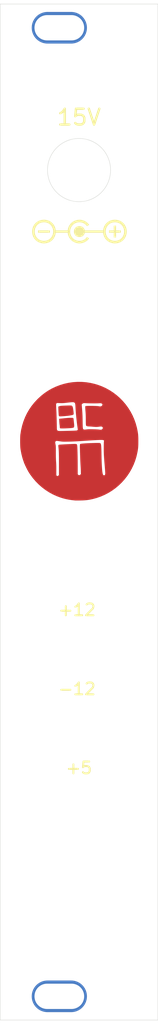
<source format=kicad_pcb>
(kicad_pcb (version 20241229) (generator "pcbnew") (generator_version "9.0")
  (title_block (comment 2 "creativecommons.org/licenses/by/4.0") (comment 3 "License: CC BY 4.0") (comment 4 "Author: Guy John"))
  (layers (0 "F.Cu" signal) (2 "B.Cu" signal) (5 "F.SilkS" user "F.Silkscreen") (7 "B.SilkS" user "B.Silkscreen") (1 "F.Mask" user) (3 "B.Mask" user) (25 "Edge.Cuts" user))
  (net 0 "")
  (footprint "Rumblesan_Panel_Hardware:PanelHole_3.2mm_M3_elongated" (layer "F.Cu") (at 82.5 162)
    (property "Reference" "REF**" (hide yes))
    (property "Value" "PanelHole_3.2mm_M3_elongated" (hide yes))
    (pad "" thru_hole oval (at 0 0) (size 7 4) (drill oval 6.3 3.2) (layers "*.Cu" "*.Mask"))
  )
  (footprint "MountingHole:MountingHole_3.2mm_M3" (layer "F.Cu") (at 85 73.5)
    (property "Reference" "REF**" (hide yes))
    (property "Value" "MountingHole_3.2mm_M3" (hide yes))
    (pad "" np_thru_hole circle (at 0 0) (size 3.2 3.2) (drill 3.2) (layers "*.Cu" "*.Mask"))
  )
  (footprint "MountingHole:MountingHole_3.2mm_M3" (layer "F.Cu") (at 85 147)
    (property "Reference" "REF**" (hide yes))
    (property "Value" "MountingHole_3.2mm_M3" (hide yes))
    (pad "" np_thru_hole circle (at 0 0) (size 3.2 3.2) (drill 3.2) (layers "*.Cu" "*.Mask"))
  )
  (footprint "BCM_Graphics:BCM_Logo_small_Copper_15mmx15mm" (layer "F.Cu") (at 85 91.75)
    (property "Reference" "Ref**" (hide yes))
    (property "Value" "Val**" (hide yes))
    (fp_poly (pts (xy -1.08233 -4.469259) (xy -1.010851 -4.464089) (xy -0.958332 -4.454807) (xy -0.920103 -4.440901) (xy -0.891496 -4.421861) (xy -0.867841 -4.397176) (xy -0.847985 -4.371162) (xy -0.821965 -4.316842) (xy -0.794875 -4.226835) (xy -0.768042 -4.10772) (xy -0.742792 -3.966076) (xy -0.720451 -3.808482) (xy -0.70362 -3.655192) (xy -0.692829 -3.527286) (xy -0.690532 -3.434491) (xy -0.699961 -3.369914) (xy -0.724345 -3.326662) (xy -0.766917 -3.297842) (xy -0.830905 -3.276561) (xy -0.88739 -3.263083) (xy -1.094397 -3.222924) (xy -1.339173 -3.187172) (xy -1.622862 -3.155698) (xy -1.946607 -3.128371) (xy -2.248081 -3.108658) (xy -2.34967 -3.103562) (xy -2.418466 -3.102975) (xy -2.46386 -3.107864) (xy -2.495242 -3.119195) (xy -2.520491 -3.136692) (xy -2.535527 -3.150199) (xy -2.547543 -3.166722) (xy -2.557198 -3.191316) (xy -2.565154 -3.229034) (xy -2.572072 -3.284928) (xy -2.578613 -3.364051) (xy -2.585437 -3.471457) (xy -2.593205 -3.612199) (xy -2.600248 -3.746494) (xy -2.608699 -3.923589) (xy -2.614279 -4.073351) (xy -2.616933 -4.192491) (xy -2.616604 -4.277722) (xy -2.613238 -4.325755) (xy -2.610221 -4.334989) (xy -2.581163 -4.350284) (xy -2.523423 -4.37186) (xy -2.449245 -4.395163) (xy -2.445798 -4.396156) (xy -2.396265 -4.408672) (xy -2.339504 -4.419127) (xy -2.270141 -4.427948) (xy -2.182802 -4.435559) (xy -2.072114 -4.442385) (xy -1.932702 -4.448851) (xy -1.759194 -4.455383) (xy -1.651221 -4.459029) (xy -1.457214 -4.465201) (xy -1.300843 -4.469305) (xy -1.177438 -4.470828) (xy -1.08233 -4.469259)) (stroke (width 0.01)) (fill yes) (layer "F.Cu"))
    (fp_poly (pts (xy -0.852078 -2.908395) (xy -0.786455 -2.900744) (xy -0.744601 -2.884402) (xy -0.720332 -2.856128) (xy -0.707464 -2.812682) (xy -0.699814 -2.750823) (xy -0.695772 -2.709579) (xy -0.688417 -2.639157) (xy -0.677686 -2.539569) (xy -0.664984 -2.423712) (xy -0.651712 -2.30448) (xy -0.650853 -2.296829) (xy -0.632567 -2.125274) (xy -0.621325 -1.990449) (xy -0.617956 -1.88721) (xy -0.623288 -1.810412) (xy -0.638149 -1.754912) (xy -0.663367 -1.715566) (xy -0.69977 -1.687228) (xy -0.748186 -1.664755) (xy -0.752885 -1.662949) (xy -0.805099 -1.650679) (xy -0.893173 -1.638489) (xy -1.010634 -1.626663) (xy -1.151012 -1.615487) (xy -1.307832 -1.605245) (xy -1.474623 -1.596223) (xy -1.644912 -1.588707) (xy -1.812227 -1.582981) (xy -1.970094 -1.579331) (xy -2.112043 -1.578041) (xy -2.231599 -1.579398) (xy -2.322292 -1.583685) (xy -2.377647 -1.591189) (xy -2.378201 -1.591335) (xy -2.409254 -1.614024) (xy -2.428465 -1.665627) (xy -2.437306 -1.7513) (xy -2.438292 -1.801815) (xy -2.442989 -1.890428) (xy -2.454498 -1.987652) (xy -2.460735 -2.024065) (xy -2.469751 -2.084859) (xy -2.479052 -2.171924) (xy -2.488095 -2.27649) (xy -2.496334 -2.389785) (xy -2.503226 -2.503038) (xy -2.508227 -2.607478) (xy -2.510792 -2.694334) (xy -2.510377 -2.754834) (xy -2.507532 -2.77837) (xy -2.480012 -2.795533) (xy -2.418139 -2.80419) (xy -2.388692 -2.804904) (xy -2.33411 -2.807495) (xy -2.245969 -2.81467) (xy -2.132698 -2.825609) (xy -2.002724 -2.839493) (xy -1.864475 -2.8555) (xy -1.845914 -2.857745) (xy -1.519521 -2.891262) (xy -1.226314 -2.908199) (xy -1.079368 -2.910587) (xy -0.947654 -2.910596) (xy -0.852078 -2.908395)) (stroke (width 0.01)) (fill yes) (layer "F.Cu"))
    (fp_poly (pts (xy 0.348261 -7.456552) (xy 0.904114 -7.41176) (xy 1.45729 -7.325602) (xy 2.00579 -7.198067) (xy 2.372958 -7.088395) (xy 2.893302 -6.896874) (xy 3.394118 -6.668751) (xy 3.873885 -6.405737) (xy 4.331083 -6.109543) (xy 4.764191 -5.781879) (xy 5.171689 -5.424456) (xy 5.552057 -5.038985) (xy 5.903774 -4.627176) (xy 6.225319 -4.190739) (xy 6.515173 -3.731385) (xy 6.771816 -3.250825) (xy 6.993726 -2.75077) (xy 7.179383 -2.232929) (xy 7.327268 -1.699014) (xy 7.381165 -1.453578) (xy 7.419791 -1.255978) (xy 7.450621 -1.080926) (xy 7.474487 -0.919357) (xy 7.492224 -0.762206) (xy 7.504662 -0.600407) (xy 7.512636 -0.424896) (xy 7.516978 -0.226608) (xy 7.518521 0.003522) (xy 7.518562 0.042088) (xy 7.517669 0.273087) (xy 7.514229 0.470843) (xy 7.507486 0.64441) (xy 7.496684 0.802839) (xy 7.481065 0.955184) (xy 7.459872 1.110497) (xy 7.432349 1.277832) (xy 7.400883 1.449671) (xy 7.27749 1.990136) (xy 7.115582 2.515557) (xy 6.916725 3.024275) (xy 6.682484 3.514635) (xy 6.414428 3.984979) (xy 6.114121 4.433649) (xy 5.783129 4.85899) (xy 5.42302 5.259344) (xy 5.035358 5.633054) (xy 4.621711 5.978462) (xy 4.183644 6.293913) (xy 3.722724 6.577749) (xy 3.240517 6.828313) (xy 2.738589 7.043947) (xy 2.218505 7.222996) (xy 1.847751 7.324868) (xy 1.589544 7.385426) (xy 1.351978 7.43362) (xy 1.124423 7.470748) (xy 0.896247 7.498109) (xy 0.656819 7.517) (xy 0.395509 7.528719) (xy 0.133169 7.534203) (xy -0.022928 7.535781) (xy -0.169201 7.536612) (xy -0.299065 7.53671) (xy -0.405939 7.536087) (xy -0.48324 7.534756) (xy -0.522998 7.532878) (xy -0.921669 7.487477) (xy -1.287802 7.432419) (xy -1.63052 7.36555) (xy -1.95895 7.284714) (xy -2.282216 7.187757) (xy -2.609442 7.072522) (xy -2.819581 6.990441) (xy -3.313698 6.768183) (xy -3.791684 6.507919) (xy -4.251128 6.211693) (xy -4.68962 5.881546) (xy -5.104747 5.519521) (xy -5.494101 5.12766) (xy -5.855269 4.708007) (xy -6.185842 4.262604) (xy -6.368927 3.983162) (xy -6.451919 3.842837) (xy -6.54484 3.673419) (xy -6.642522 3.485369) (xy -6.739798 3.289142) (xy -6.8315 3.095199) (xy -6.912461 2.913997) (xy -6.977512 2.755993) (xy -6.985152 2.736065) (xy -7.160036 2.218288) (xy -7.300848 1.678433) (xy -7.406449 1.121022) (xy -7.426584 0.984005) (xy -7.439006 0.866642) (xy -7.449152 0.715143) (xy -7.456972 0.53763) (xy -7.462416 0.342223) (xy -7.4648 0.180091) (xy -3.023933 0.180091) (xy -3.020036 0.272165) (xy -3.000023 0.39537) (xy -2.991569 0.436823) (xy -2.979571 0.496301) (xy -2.969869 0.552527) (xy -2.962237 0.610721) (xy -2.956447 0.6761) (xy -2.952274 0.753883) (xy -2.94949 0.849289) (xy -2.947868 0.967536) (xy -2.947182 1.113843) (xy -2.947204 1.293428) (xy -2.94754 1.449671) (xy -2.947186 1.743749) (xy -2.94438 2.001413) (xy -2.938967 2.228519) (xy -2.930792 2.430926) (xy -2.919699 2.614489) (xy -2.914941 2.677338) (xy -2.899943 2.902948) (xy -2.890345 3.141002) (xy -2.885887 3.401048) (xy -2.886313 3.692636) (xy -2.886626 3.725088) (xy -2.888305 3.903637) (xy -2.889061 4.044835) (xy -2.888652 4.153656) (xy -2.886835 4.235077) (xy -2.883368 4.294074) (xy -2.878007 4.335622) (xy -2.87051 4.364697) (xy -2.860635 4.386275) (xy -2.853847 4.39713) (xy -2.799687 4.445608) (xy -2.732497 4.457872) (xy -2.660741 4.434178) (xy -2.605823 4.389599) (xy -2.566565 4.340486) (xy -2.543605 4.298222) (xy -2.54149 4.289058) (xy -2.541043 4.26237) (xy -2.54073 4.19697) (xy -2.540547 4.096475) (xy -2.540494 3.964506) (xy -2.540568 3.804682) (xy -2.540766 3.620623) (xy -2.541087 3.415949) (xy -2.541529 3.194278) (xy -2.542089 2.959231) (xy -2.542331 2.867838) (xy -2.543438 2.551909) (xy -2.545019 2.274307) (xy -2.547202 2.031026) (xy -2.550117 1.81806) (xy -2.553893 1.631403) (xy -2.55866 1.467051) (xy -2.564546 1.320998) (xy -2.571681 1.189238) (xy -2.580194 1.067766) (xy -2.590214 0.952575) (xy -2.601871 0.839662) (xy -2.610066 0.768292) (xy -2.620142 0.656929) (xy -2.617834 0.579889) (xy -2.600914 0.530401) (xy -2.567153 0.501689) (xy -2.517699 0.487531) (xy -2.477481 0.483362) (xy -2.400438 0.477715) (xy -2.29204 0.470858) (xy -2.157758 0.463057) (xy -2.003064 0.45458) (xy -1.833429 0.445694) (xy -1.654324 0.436667) (xy -1.471221 0.427765) (xy -1.28959 0.419255) (xy -1.114904 0.411406) (xy -0.952634 0.404483) (xy -0.80825 0.398754) (xy -0.687224 0.394486) (xy -0.595027 0.391947) (xy -0.54778 0.391338) (xy -0.433168 0.394093) (xy -0.353195 0.405592) (xy -0.300345 0.430686) (xy -0.267103 0.474226) (xy -0.245952 0.541064) (xy -0.236264 0.592421) (xy -0.229962 0.6503) (xy -0.223587 0.746514) (xy -0.217229 0.877062) (xy -0.210979 1.037947) (xy -0.204928 1.225168) (xy -0.199167 1.434729) (xy -0.193786 1.662628) (xy -0.188878 1.904868) (xy -0.184532 2.15745) (xy -0.180839 2.416374) (xy -0.177891 2.677642) (xy -0.175779 2.937255) (xy -0.174592 3.191213) (xy -0.174375 3.314499) (xy -0.173748 4.195077) (xy -0.125442 4.266999) (xy -0.065207 4.32848) (xy 0.004625 4.348969) (xy 0.082889 4.328417) (xy 0.154945 4.27884) (xy 0.239002 4.206179) (xy 0.238521 3.965633) (xy 0.236974 3.877045) (xy 0.232879 3.755172) (xy 0.226643 3.608961) (xy 0.218671 3.447359) (xy 0.209367 3.279311) (xy 0.201707 3.153588) (xy 0.191491 2.979663) (xy 0.180873 2.775299) (xy 0.170382 2.552381) (xy 0.160551 2.322792) (xy 0.151911 2.098416) (xy 0.144994 1.891139) (xy 0.144453 1.873005) (xy 0.138925 1.687151) (xy 0.133287 1.5002) (xy 0.127784 1.32018) (xy 0.122666 1.155122) (xy 0.118179 1.013056) (xy 0.114573 0.902012) (xy 0.113415 0.867588) (xy 0.110776 0.706151) (xy 0.114628 0.574471) (xy 0.124695 0.476038) (xy 0.140696 0.414344) (xy 0.150808 0.398393) (xy 0.176766 0.385104) (xy 0.22905 0.372568) (xy 0.310606 0.360443) (xy 0.424379 0.348389) (xy 0.573317 0.336067) (xy 0.760366 0.323136) (xy 0.852836 0.317329) (xy 1.017693 0.308017) (xy 1.19702 0.299277) (xy 1.385645 0.29124) (xy 1.578395 0.284037) (xy 1.770099 0.277798) (xy 1.955585 0.272654) (xy 2.129682 0.268735) (xy 2.287216 0.266174) (xy 2.423017 0.265099) (xy 2.531913 0.265642) (xy 2.608732 0.267934) (xy 2.647785 0.271971) (xy 2.682082 0.285194) (xy 2.711825 0.308373) (xy 2.737387 0.344405) (xy 2.75914 0.39619) (xy 2.777457 0.466624) (xy 2.792713 0.558608) (xy 2.805278 0.675037) (xy 2.815527 0.818811) (xy 2.823832 0.992828) (xy 2.830567 1.199986) (xy 2.836104 1.443182) (xy 2.840816 1.725316) (xy 2.841568 1.777755) (xy 2.848098 2.132724) (xy 2.85736 2.469343) (xy 2.869168 2.78509) (xy 2.883339 3.077443) (xy 2.899689 3.343881) (xy 2.918035 3.581881) (xy 2.938193 3.788923) (xy 2.959978 3.962484) (xy 2.983208 4.100043) (xy 3.007699 4.199078) (xy 3.020519 4.233724) (xy 3.072145 4.316246) (xy 3.132361 4.360498) (xy 3.194644 4.367751) (xy 3.252471 4.33928) (xy 3.29932 4.276356) (xy 3.328667 4.180252) (xy 3.329739 4.17339) (xy 3.331299 4.129707) (xy 3.329198 4.050162) (xy 3.323799 3.941033) (xy 3.315467 3.808599) (xy 3.304565 3.659141) (xy 3.291457 3.498936) (xy 3.289036 3.471088) (xy 3.259666 3.132779) (xy 3.234278 2.832059) (xy 3.212603 2.564399) (xy 3.194372 2.325269) (xy 3.179313 2.110139) (xy 3.167157 1.914479) (xy 3.157633 1.733761) (xy 3.150472 1.563453) (xy 3.145402 1.399026) (xy 3.142155 1.235952) (xy 3.14046 1.069698) (xy 3.140088 0.973421) (xy 3.140378 0.800737) (xy 3.14181 0.632836) (xy 3.144236 0.476845) (xy 3.14751 0.339889) (xy 3.151486 0.229095) (xy 3.156016 0.15159) (xy 3.15731 0.137338) (xy 3.165625 0.049314) (xy 3.167629 -0.007068) (xy 3.161969 -0.042207) (xy 3.147289 -0.066504) (xy 3.128379 -0.084912) (xy 3.109419 -0.096974) (xy 3.080369 -0.107071) (xy 3.039239 -0.115128) (xy 2.984041 -0.121071) (xy 2.912784 -0.124822) (xy 2.823478 -0.126308) (xy 2.714134 -0.125453) (xy 2.582762 -0.122182) (xy 2.427372 -0.11642) (xy 2.245974 -0.108091) (xy 2.036579 -0.097119) (xy 1.797197 -0.083431) (xy 1.525837 -0.06695) (xy 1.220511 -0.047601) (xy 0.879229 -0.02531) (xy 0.5 0) (xy 0.080835 0.028403) (xy 0.016752 0.032774) (xy -0.177017 0.044691) (xy -0.400406 0.056245) (xy -0.640702 0.066916) (xy -0.885193 0.076186) (xy -1.121165 0.083536) (xy -1.335907 0.088446) (xy -1.355065 0.088772) (xy -1.550489 0.091895) (xy -1.710057 0.094) (xy -1.840237 0.094815) (xy -1.947499 0.094067) (xy -2.038313 0.091485) (xy -2.119149 0.086796) (xy -2.196475 0.079729) (xy -2.276763 0.070012) (xy -2.366481 0.057372) (xy -2.469732 0.041895) (xy -2.606086 0.021378) (xy -2.707216 0.006947) (xy -2.779752 -0.001652) (xy -2.830326 -0.004676) (xy -2.86557 -0.00238) (xy -2.892114 0.004982) (xy -2.916589 0.017153) (xy -2.928832 0.02421) (xy -2.979341 0.062757) (xy -3.010705 0.112503) (xy -3.023933 0.180091) (xy -7.4648 0.180091) (xy -7.465433 0.137046) (xy -7.465974 -0.06978) (xy -7.463987 -0.270134) (xy -7.459422 -0.455893) (xy -7.45223 -0.618936) (xy -7.442359 -0.751141) (xy -7.437596 -0.793995) (xy -7.344495 -1.373496) (xy -7.214128 -1.933206) (xy -7.046621 -2.47287) (xy -6.8421 -2.992229) (xy -6.600691 -3.491029) (xy -6.32252 -3.969011) (xy -6.007713 -4.425919) (xy -5.915691 -4.540012) (xy -2.915111 -4.540012) (xy -2.913827 -4.459473) (xy -2.910046 -4.354247) (xy -2.903825 -4.220253) (xy -2.895222 -4.053412) (xy -2.884291 -3.849641) (xy -2.880447 -3.778495) (xy -2.875289 -3.669498) (xy -2.869549 -3.524899) (xy -2.863411 -3.351424) (xy -2.857062 -3.155797) (xy -2.850685 -2.944742) (xy -2.844467 -2.724986) (xy -2.838593 -2.503252) (xy -2.833246 -2.286265) (xy -2.828613 -2.080751) (xy -2.824879 -1.893435) (xy -2.822229 -1.73104) (xy -2.820964 -1.617334) (xy -2.818421 -1.521571) (xy -2.810916 -1.455643) (xy -2.796019 -1.40713) (xy -2.771321 -1.363642) (xy -2.754166 -1.337213) (xy -2.738828 -1.314508) (xy -2.722162 -1.295326) (xy -2.701027 -1.279466) (xy -2.672277 -1.266726) (xy -2.63277 -1.256906) (xy -2.579363 -1.249805) (xy -2.508912 -1.245221) (xy -2.418274 -1.242953) (xy -2.304306 -1.2428) (xy -2.163864 -1.244562) (xy -1.993804 -1.248036) (xy -1.790984 -1.253022) (xy -1.55226 -1.259318) (xy -1.274489 -1.266724) (xy -1.261806 -1.26706) (xy -1.030666 -1.273297) (xy -0.838091 -1.27886) (xy -0.680323 -1.283978) (xy -0.553604 -1.288883) (xy -0.454176 -1.293805) (xy -0.37828 -1.298974) (xy -0.322158 -1.30462) (xy -0.282053 -1.310975) (xy -0.254205 -1.318268) (xy -0.234857 -1.326731) (xy -0.228794 -1.330404) (xy -0.184296 -1.367109) (xy -0.158411 -1.401999) (xy -0.156824 -1.434398) (xy -0.161436 -1.499977) (xy -0.171394 -1.590176) (xy -0.185843 -1.696432) (xy -0.191541 -1.734141) (xy -0.221909 -1.943603) (xy -0.253374 -2.185129) (xy -0.285104 -2.450406) (xy -0.316267 -2.731123) (xy -0.34603 -3.018966) (xy -0.373561 -3.305622) (xy -0.398028 -3.582778) (xy -0.418599 -3.842122) (xy -0.43444 -4.075341) (xy -0.443911 -4.254745) (xy -0.452277 -4.420297) (xy -0.46241 -4.549319) (xy -0.463891 -4.56013) (xy 0.33562 -4.56013) (xy 0.340053 -4.486979) (xy 0.341647 -4.468257) (xy 0.347409 -4.402143) (xy 0.356115 -4.302566) (xy 0.367003 -4.178237) (xy 0.379309 -4.037864) (xy 0.392271 -3.890156) (xy 0.3965 -3.841995) (xy 0.411666 -3.645347) (xy 0.424088 -3.429956) (xy 0.433981 -3.19034) (xy 0.441561 -2.921015) (xy 0.447041 -2.616498) (xy 0.448289 -2.519079) (xy 0.45112 -2.299012) (xy 0.454081 -2.117195) (xy 0.45736 -1.969542) (xy 0.461146 -1.851969) (xy 0.465627 -1.760392) (xy 0.470994 -1.690726) (xy 0.477435 -1.638887) (xy 0.485139 -1.600791) (xy 0.491784 -1.57899) (xy 0.516502 -1.517142) (xy 0.539609 -1.470449) (xy 0.546956 -1.459495) (xy 0.587902 -1.433227) (xy 0.658087 -1.420448) (xy 0.760849 -1.421012) (xy 0.899528 -1.43477) (xy 0.950134 -1.441663) (xy 1.031454 -1.452176) (xy 1.112954 -1.459931) (xy 1.20141 -1.465088) (xy 1.303596 -1.467808) (xy 1.426286 -1.468252) (xy 1.576254 -1.466579) (xy 1.760276 -1.46295) (xy 1.805336 -1.46192) (xy 1.987591 -1.456776) (xy 2.156629 -1.450263) (xy 2.306306 -1.442723) (xy 2.430474 -1.434496) (xy 2.522987 -1.425925) (xy 2.567336 -1.419584) (xy 2.708805 -1.402031) (xy 2.820304 -1.409422) (xy 2.90631 -1.442099) (xy 2.912376 -1.445915) (xy 2.975879 -1.507136) (xy 3.011432 -1.583294) (xy 3.016854 -1.66299) (xy 2.98996 -1.73482) (xy 2.971867 -1.756638) (xy 2.915206 -1.797622) (xy 2.841878 -1.819996) (xy 2.745275 -1.824486) (xy 2.618787 -1.811819) (xy 2.558379 -1.802118) (xy 2.421699 -1.782423) (xy 2.284879 -1.771788) (xy 2.138231 -1.770184) (xy 1.972065 -1.777583) (xy 1.776695 -1.793954) (xy 1.720669 -1.799599) (xy 1.593928 -1.811368) (xy 1.464046 -1.821123) (xy 1.345759 -1.827891) (xy 1.253803 -1.8307) (xy 1.249031 -1.830722) (xy 1.1412 -1.835392) (xy 1.050815 -1.847696) (xy 0.999561 -1.86215) (xy 0.963599 -1.879107) (xy 0.934582 -1.899758) (xy 0.911767 -1.928519) (xy 0.894412 -1.969806) (xy 0.881774 -2.028033) (xy 0.87311 -2.107614) (xy 0.867677 -2.212965) (xy 0.864732 -2.348501) (xy 0.863533 -2.518637) (xy 0.863333 -2.671857) (xy 0.861745 -2.914549) (xy 0.857217 -3.144273) (xy 0.850005 -3.353202) (xy 0.840361 -3.533513) (xy 0.831726 -3.644826) (xy 0.812697 -3.86763) (xy 0.800405 -4.049868) (xy 0.794825 -4.192766) (xy 0.795933 -4.297549) (xy 0.803704 -4.365442) (xy 0.816867 -4.396524) (xy 0.846159 -4.404753) (xy 0.912051 -4.411277) (xy 1.008846 -4.416163) (xy 1.130847 -4.419473) (xy 1.272357 -4.421272) (xy 1.427681 -4.421624) (xy 1.591121 -4.420592) (xy 1.75698 -4.418241) (xy 1.919561 -4.414634) (xy 2.073169 -4.409836) (xy 2.212106 -4.40391) (xy 2.330675 -4.396921) (xy 2.42318 -4.388932) (xy 2.483924 -4.380007) (xy 2.493252 -4.377702) (xy 2.638905 -4.350164) (xy 2.761184 -4.356765) (xy 2.859306 -4.397292) (xy 2.93249 -4.471536) (xy 2.949997 -4.501376) (xy 2.975435 -4.58355) (xy 2.960453 -4.653216) (xy 2.905155 -4.710111) (xy 2.857363 -4.735966) (xy 2.809239 -4.755222) (xy 2.763954 -4.766393) (xy 2.710162 -4.770347) (xy 2.63652 -4.76795) (xy 2.536724 -4.760491) (xy 2.443754 -4.755182) (xy 2.315919 -4.751317) (xy 2.160661 -4.748845) (xy 1.98542 -4.747715) (xy 1.797638 -4.747876) (xy 1.604758 -4.749278) (xy 1.41422 -4.751868) (xy 1.233466 -4.755597) (xy 1.069938 -4.760414) (xy 0.931078 -4.766266) (xy 0.836444 -4.772137) (xy 0.729352 -4.779549) (xy 0.654019 -4.781864) (xy 0.600099 -4.778381) (xy 0.557246 -4.768399) (xy 0.515114 -4.751217) (xy 0.512967 -4.750215) (xy 0.446661 -4.713871) (xy 0.38883 -4.673629) (xy 0.37786 -4.66414) (xy 0.352263 -4.636482) (xy 0.338936 -4.605888) (xy 0.33562 -4.56013) (xy -0.463891 -4.56013) (xy -0.475881 -4.647617) (xy -0.494262 -4.720995) (xy -0.519123 -4.775257) (xy -0.552036 -4.816208) (xy -0.594572 -4.849651) (xy -0.607125 -4.857662) (xy -0.640932 -4.875085) (xy -0.681324 -4.887719) (xy -0.732774 -4.895451) (xy -0.799755 -4.898166) (xy -0.886739 -4.895754) (xy -0.998198 -4.8881) (xy -1.138607 -4.875092) (xy -1.312436 -4.856616) (xy -1.502729 -4.835038) (xy -1.68097 -4.814822) (xy -1.825814 -4.799544) (xy -1.945849 -4.788737) (xy -2.049664 -4.781936) (xy -2.145847 -4.778672) (xy -2.242988 -4.77848) (xy -2.349677 -4.780893) (xy -2.440326 -4.784101) (xy -2.812487 -4.798455) (xy -2.867231 -4.733395) (xy -2.882111 -4.715265) (xy -2.894155 -4.696937) (xy -2.903421 -4.674329) (xy -2.909965 -4.643359) (xy -2.913843 -4.599948) (xy -2.915111 -4.540012) (xy -5.915691 -4.540012) (xy -5.656396 -4.861496) (xy -5.268696 -5.275486) (xy -5.208913 -5.334245) (xy -4.794319 -5.711093) (xy -4.364648 -6.049132) (xy -3.917151 -6.350054) (xy -3.449075 -6.61555) (xy -2.957671 -6.847312) (xy -2.440187 -7.047031) (xy -2.401183 -7.060447) (xy -1.861934 -7.222304) (xy -1.315366 -7.342856) (xy -0.763478 -7.422088) (xy -0.208269 -7.459991) (xy 0.348261 -7.456552)) (stroke (width 0.01)) (fill yes) (layer "F.Cu"))
  )
  (footprint "Rumblesan_Panel_Hardware:PanelHole_3.2mm_M3_elongated" (layer "F.Cu") (at 82.5 39.5)
    (property "Reference" "REF**" (hide yes))
    (property "Value" "PanelHole_3.2mm_M3_elongated" (hide yes))
    (pad "" thru_hole oval (at 0 0) (size 7 4) (drill oval 6.3 3.2) (layers "*.Cu" "*.Mask"))
  )
  (gr_poly (pts (xy 85.151 63.781605) (xy 85.225 63.788605) (xy 85.299 63.799605) (xy 85.372 63.813605) (xy 85.444 63.830605) (xy 85.515 63.852605) (xy 85.585 63.878605) (xy 85.654 63.906605) (xy 85.722 63.937605) (xy 85.787001 63.972605) (xy 85.851 64.010605) (xy 85.913001 64.052605) (xy 85.973001 64.096605) (xy 86.030001 64.143605) (xy 86.085 64.193605) (xy 86.138001 64.246605) (xy 86.188001 64.301605) (xy 86.235 64.358605) (xy 86.279 64.418605) (xy 86.011 64.605605) (xy 85.978 64.558605) (xy 85.941001 64.513605) (xy 85.902001 64.470605) (xy 85.861 64.428605) (xy 85.817 64.389605) (xy 85.772 64.352605) (xy 85.725 64.318605) (xy 85.677001 64.285605) (xy 85.627001 64.255605) (xy 85.575 64.228605) (xy 85.523001 64.202605) (xy 85.469 64.180605) (xy 85.414001 64.161605) (xy 85.358 64.144605) (xy 85.301 64.130605) (xy 85.244 64.119605) (xy 85.186 64.111605) (xy 85.128 64.106605) (xy 85.07 64.103605) (xy 85.012001 64.104605) (xy 84.953 64.107605) (xy 84.895 64.113605) (xy 84.838 64.122605) (xy 84.781 64.134605) (xy 84.724 64.149605) (xy 84.669 64.167605) (xy 84.614001 64.187605) (xy 84.561 64.209605) (xy 84.508 64.234605) (xy 84.457 64.263605) (xy 84.407 64.293605) (xy 84.359 64.326605) (xy 84.313 64.362605) (xy 84.269 64.399605) (xy 84.226 64.439605) (xy 84.186 64.481605) (xy 84.147 64.525605) (xy 84.11 64.571605) (xy 84.076 64.618605) (xy 84.045 64.667605) (xy 84.016 64.718605) (xy 83.989001 64.770605) (xy 83.965 64.823605) (xy 83.944 64.877605) (xy 83.926 64.933605) (xy 83.91 64.989605) (xy 83.897 65.046605) (xy 83.887001 65.103605) (xy 83.880001 65.161605) (xy 83.875 65.219605) (xy 83.874 65.277605) (xy 83.875 65.336605) (xy 83.880001 65.394605) (xy 83.887001 65.452605) (xy 83.897 65.509605) (xy 83.91 65.566605) (xy 83.926 65.622605) (xy 83.944 65.677605) (xy 83.966 65.732605) (xy 83.989001 65.785605) (xy 84.016 65.837605) (xy 84.045 65.887605) (xy 84.076 65.936605) (xy 84.11 65.984605) (xy 84.146001 66.029605) (xy 84.184 66.073605) (xy 84.225 66.115605) (xy 84.267 66.155605) (xy 84.312001 66.193605) (xy 84.358 66.228605) (xy 84.406 66.261605) (xy 84.456 66.292605) (xy 84.507 66.320605) (xy 84.559 66.345605) (xy 84.613 66.369605) (xy 84.667 66.390605) (xy 84.723001 66.407605) (xy 84.779 66.422605) (xy 84.836 66.434605) (xy 84.894 66.443605) (xy 84.952 66.449605) (xy 85.01 66.452605) (xy 85.069 66.453605) (xy 85.127 66.450605) (xy 85.185 66.445605) (xy 85.243 66.437605) (xy 85.3 66.426605) (xy 85.356 66.412605) (xy 85.412001 66.395605) (xy 85.467 66.376605) (xy 85.521 66.353605) (xy 85.574 66.330605) (xy 85.625 66.302605) (xy 85.676 66.272605) (xy 85.724 66.240605) (xy 85.771 66.205605) (xy 85.816001 66.168605) (xy 85.859001 66.129605) (xy 85.9 66.088605) (xy 85.939 66.045605) (xy 85.976 65.999605) (xy 86.012001 65.953605) (xy 86.277001 66.138605) (xy 86.232 66.198605) (xy 86.185 66.256605) (xy 86.135 66.311605) (xy 86.083 66.364605) (xy 86.028 66.413605) (xy 85.970001 66.461605) (xy 85.91 66.505605) (xy 85.848001 66.546605) (xy 85.785 66.584605) (xy 85.719 66.619605) (xy 85.652001 66.651605) (xy 85.583 66.679605) (xy 85.513001 66.703605) (xy 85.441 66.724605) (xy 85.369 66.741605) (xy 85.296001 66.755605) (xy 85.222 66.766605) (xy 85.148 66.773605) (xy 85.074 66.776605) (xy 85 66.775605) (xy 84.925 66.771605) (xy 84.852 66.763605) (xy 84.778 66.751605) (xy 84.705001 66.736605) (xy 84.633 66.717605) (xy 84.562001 66.694605) (xy 84.493 66.668605) (xy 84.424 66.639605) (xy 84.358 66.606605) (xy 84.292 66.570605) (xy 84.229 66.531605) (xy 84.168 66.489605) (xy 84.109 66.444605) (xy 84.052 66.395605) (xy 83.998001 66.345605) (xy 83.946001 66.291605) (xy 83.897 66.235605) (xy 83.851 66.177605) (xy 83.808 66.116605) (xy 83.768 66.054605) (xy 83.732001 65.989605) (xy 83.698001 65.923605) (xy 83.667 65.855605) (xy 83.64 65.786605) (xy 83.617 65.714605) (xy 83.597 65.643605) (xy 83.580001 65.570605) (xy 83.568 65.497605) (xy 83.558 65.423605) (xy 83.553 65.349605) (xy 83.551 65.275605) (xy 83.553 65.200605) (xy 83.558 65.126605) (xy 83.568 65.052605) (xy 83.581 64.979605) (xy 83.597 64.907605) (xy 83.617 64.835605) (xy 83.641 64.765605) (xy 83.668 64.696605) (xy 83.698001 64.628605) (xy 83.732001 64.562605) (xy 83.77 64.498605) (xy 83.81 64.435605) (xy 83.853 64.374605) (xy 83.9 64.316605) (xy 83.949 64.260605) (xy 84 64.207605) (xy 84.055001 64.156605) (xy 84.111 64.108605) (xy 84.171001 64.063605) (xy 84.232 64.021605) (xy 84.295 63.982605) (xy 84.36 63.946605) (xy 84.427 63.913605) (xy 84.495 63.884605) (xy 84.565 63.858605) (xy 84.636 63.837605) (xy 84.708 63.818605) (xy 84.781 63.803605) (xy 84.854 63.791605) (xy 84.928 63.783605) (xy 85.003 63.779605) (xy 85.077 63.778605)) (fill yes) (layer "F.SilkS"))
  (gr_poly (pts (xy 85.085849 64.577486) (xy 85.122121 64.580105) (xy 85.157775 64.584421) (xy 85.192774 64.590398) (xy 85.227078 64.597996) (xy 85.26065 64.607178) (xy 85.293449 64.617904) (xy 85.325438 64.630136) (xy 85.356577 64.643836) (xy 85.386827 64.658966) (xy 85.416151 64.675486) (xy 85.444508 64.693359) (xy 85.47186 64.712546) (xy 85.498169 64.733008) (xy 85.523395 64.754707) (xy 85.5475 64.777605) (xy 85.570445 64.801663) (xy 85.592191 64.826843) (xy 85.612698 64.853106) (xy 85.63193 64.880414) (xy 85.649846 64.908728) (xy 85.666407 64.93801) (xy 85.681576 64.968221) (xy 85.695313 64.999324) (xy 85.707579 65.031279) (xy 85.718335 65.064048) (xy 85.727543 65.097593) (xy 85.735164 65.131875) (xy 85.741159 65.166855) (xy 85.745489 65.202496) (xy 85.748116 65.238759) (xy 85.749 65.275605) (xy 85.748116 65.312454) (xy 85.745489 65.348725) (xy 85.741159 65.384379) (xy 85.735164 65.419378) (xy 85.727543 65.453683) (xy 85.718335 65.487254) (xy 85.707579 65.520054) (xy 85.695313 65.552042) (xy 85.681576 65.583181) (xy 85.666407 65.613432) (xy 85.649846 65.642755) (xy 85.63193 65.671113) (xy 85.612698 65.698465) (xy 85.592191 65.724774) (xy 85.570445 65.75) (xy 85.5475 65.774105) (xy 85.523395 65.79705) (xy 85.498169 65.818795) (xy 85.47186 65.839303) (xy 85.444508 65.858535) (xy 85.416151 65.876451) (xy 85.386827 65.893012) (xy 85.356577 65.908181) (xy 85.325438 65.921917) (xy 85.293449 65.934183) (xy 85.26065 65.94494) (xy 85.227078 65.954148) (xy 85.192774 65.961769) (xy 85.157775 65.967764) (xy 85.122121 65.972094) (xy 85.085849 65.974721) (xy 85.049 65.975605) (xy 85.012154 65.974721) (xy 84.975892 65.972094) (xy 84.940251 65.967764) (xy 84.90527 65.961769) (xy 84.870988 65.954148) (xy 84.837443 65.94494) (xy 84.804674 65.934183) (xy 84.772719 65.921917) (xy 84.741617 65.908181) (xy 84.711405 65.893012) (xy 84.682123 65.876451) (xy 84.653809 65.858535) (xy 84.626501 65.839303) (xy 84.600238 65.818795) (xy 84.575058 65.79705) (xy 84.551 65.774105) (xy 84.528102 65.75) (xy 84.506403 65.724774) (xy 84.485941 65.698465) (xy 84.466754 65.671113) (xy 84.448881 65.642755) (xy 84.432361 65.613432) (xy 84.417232 65.583181) (xy 84.403532 65.552042) (xy 84.391299 65.520054) (xy 84.380573 65.487254) (xy 84.371392 65.453683) (xy 84.363793 65.419378) (xy 84.357816 65.384379) (xy 84.3535 65.348725) (xy 84.350882 65.312454) (xy 84.35 65.275605) (xy 84.350882 65.238759) (xy 84.3535 65.202496) (xy 84.357816 65.166855) (xy 84.363793 65.131875) (xy 84.371392 65.097593) (xy 84.380573 65.064048) (xy 84.391299 65.031279) (xy 84.403532 64.999324) (xy 84.417232 64.968221) (xy 84.432361 64.93801) (xy 84.448881 64.908728) (xy 84.466754 64.880414) (xy 84.485941 64.853106) (xy 84.506403 64.826843) (xy 84.528102 64.801663) (xy 84.551 64.777605) (xy 84.575058 64.754707) (xy 84.600238 64.733008) (xy 84.626501 64.712546) (xy 84.653809 64.693359) (xy 84.682123 64.675486) (xy 84.711405 64.658966) (xy 84.741617 64.643836) (xy 84.772719 64.630136) (xy 84.804674 64.617904) (xy 84.837443 64.607178) (xy 84.870988 64.597996) (xy 84.90527 64.590398) (xy 84.940251 64.584421) (xy 84.975892 64.580105) (xy 85.012154 64.577486) (xy 85.049 64.576605)) (fill yes) (layer "F.SilkS"))
  (gr_poly (pts (xy 80.629088 63.778496) (xy 80.706922 63.784112) (xy 80.783419 63.793373) (xy 80.858497 63.806195) (xy 80.932073 63.822496) (xy 81.004065 63.842193) (xy 81.074392 63.865205) (xy 81.142969 63.891449) (xy 81.209716 63.920842) (xy 81.274549 63.953302) (xy 81.337386 63.988746) (xy 81.398145 64.027093) (xy 81.456743 64.06826) (xy 81.513099 64.112164) (xy 81.567128 64.158723) (xy 81.61875 64.207855) (xy 81.667882 64.259477) (xy 81.714441 64.313507) (xy 81.758345 64.369862) (xy 81.799512 64.42846) (xy 81.837859 64.489219) (xy 81.873304 64.552057) (xy 81.905764 64.61689) (xy 81.935157 64.683636) (xy 81.9614 64.752214) (xy 81.984412 64.82254) (xy 82.00411 64.894533) (xy 82.020411 64.968109) (xy 82.033233 65.043187) (xy 82.042493 65.119684) (xy 82.04811 65.197517) (xy 82.05 65.276605) (xy 82.04811 65.355693) (xy 82.042493 65.433526) (xy 82.033233 65.510023) (xy 82.020411 65.585101) (xy 82.00411 65.658677) (xy 81.984412 65.73067) (xy 81.9614 65.800996) (xy 81.935157 65.869574) (xy 81.905764 65.93632) (xy 81.873304 66.001153) (xy 81.837859 66.063991) (xy 81.799512 66.12475) (xy 81.758345 66.183348) (xy 81.714441 66.239703) (xy 81.667882 66.293733) (xy 81.61875 66.345355) (xy 81.567128 66.394487) (xy 81.513099 66.441046) (xy 81.456743 66.48495) (xy 81.398145 66.526117) (xy 81.337386 66.564464) (xy 81.274549 66.599908) (xy 81.209716 66.632368) (xy 81.142969 66.661761) (xy 81.074392 66.688005) (xy 81.004065 66.711017) (xy 80.932073 66.730714) (xy 80.858497 66.747015) (xy 80.783419 66.759837) (xy 80.706922 66.769098) (xy 80.629088 66.774714) (xy 80.550001 66.776605) (xy 80.470913 66.774714) (xy 80.393079 66.769098) (xy 80.316582 66.759837) (xy 80.241505 66.747015) (xy 80.167928 66.730714) (xy 80.095936 66.711017) (xy 80.025609 66.688005) (xy 79.957032 66.661761) (xy 79.890285 66.632368) (xy 79.825452 66.599908) (xy 79.762615 66.564464) (xy 79.701856 66.526117) (xy 79.643258 66.48495) (xy 79.586902 66.441046) (xy 79.532873 66.394487) (xy 79.481251 66.345355) (xy 79.432119 66.293733) (xy 79.38556 66.239703) (xy 79.341656 66.183348) (xy 79.300489 66.12475) (xy 79.262142 66.063991) (xy 79.226697 66.001153) (xy 79.194237 65.93632) (xy 79.164844 65.869574) (xy 79.138601 65.800996) (xy 79.115589 65.73067) (xy 79.095891 65.658677) (xy 79.07959 65.585101) (xy 79.066768 65.510023) (xy 79.057508 65.433526) (xy 79.051891 65.355693) (xy 79.050001 65.276605) (xy 79.050025 65.275605) (xy 79.379001 65.275605) (xy 79.380475 65.337293) (xy 79.384856 65.398004) (xy 79.39208 65.457671) (xy 79.402081 65.516232) (xy 79.414795 65.573621) (xy 79.43016 65.629776) (xy 79.448109 65.68463) (xy 79.468579 65.738121) (xy 79.491505 65.790183) (xy 79.516824 65.840753) (xy 79.544471 65.889766) (xy 79.574381 65.937158) (xy 79.606491 65.982864) (xy 79.640737 66.026821) (xy 79.677053 66.068965) (xy 79.715376 66.10923) (xy 79.755641 66.147553) (xy 79.797784 66.183869) (xy 79.841741 66.218114) (xy 79.887448 66.250224) (xy 79.93484 66.280135) (xy 79.983853 66.307781) (xy 80.034423 66.3331) (xy 80.086485 66.356027) (xy 80.139975 66.376497) (xy 80.19483 66.394446) (xy 80.250984 66.40981) (xy 80.308374 66.422525) (xy 80.366934 66.432526) (xy 80.426602 66.439749) (xy 80.487312 66.44413) (xy 80.549001 66.445605) (xy 80.610689 66.44413) (xy 80.671399 66.439749) (xy 80.731067 66.432526) (xy 80.789628 66.422525) (xy 80.847017 66.40981) (xy 80.903171 66.394446) (xy 80.958026 66.376497) (xy 81.011516 66.356027) (xy 81.063578 66.3331) (xy 81.114148 66.307781) (xy 81.163161 66.280135) (xy 81.210553 66.250224) (xy 81.25626 66.218114) (xy 81.300217 66.183869) (xy 81.34236 66.147553) (xy 81.382626 66.10923) (xy 81.420948 66.068965) (xy 81.457264 66.026821) (xy 81.49151 65.982864) (xy 81.52362 65.937158) (xy 81.55353 65.889766) (xy 81.581177 65.840753) (xy 81.606496 65.790183) (xy 81.629422 65.738121) (xy 81.649892 65.68463) (xy 81.667842 65.629776) (xy 81.683206 65.573621) (xy 81.69592 65.516232) (xy 81.705922 65.457671) (xy 81.713145 65.398004) (xy 81.717526 65.337293) (xy 81.719 65.275605) (xy 81.717526 65.213916) (xy 81.713145 65.153206) (xy 81.705922 65.093539) (xy 81.69592 65.034978) (xy 81.683206 64.977588) (xy 81.667842 64.921434) (xy 81.649892 64.86658) (xy 81.629422 64.813089) (xy 81.606496 64.761027) (xy 81.581177 64.710457) (xy 81.55353 64.661444) (xy 81.52362 64.614052) (xy 81.49151 64.568346) (xy 81.457264 64.524388) (xy 81.420948 64.482245) (xy 81.382626 64.44198) (xy 81.34236 64.403657) (xy 81.300217 64.367341) (xy 81.25626 64.333096) (xy 81.210553 64.300986) (xy 81.163161 64.271075) (xy 81.114148 64.243428) (xy 81.063578 64.21811) (xy 81.011516 64.195183) (xy 80.958026 64.174713) (xy 80.903171 64.156764) (xy 80.847017 64.1414) (xy 80.789628 64.128685) (xy 80.731067 64.118684) (xy 80.671399 64.111461) (xy 80.610689 64.10708) (xy 80.549001 64.105605) (xy 80.487312 64.10708) (xy 80.426602 64.111461) (xy 80.366934 64.118684) (xy 80.308374 64.128685) (xy 80.250984 64.1414) (xy 80.19483 64.156764) (xy 80.139975 64.174713) (xy 80.086485 64.195183) (xy 80.034423 64.21811) (xy 79.983853 64.243428) (xy 79.93484 64.271075) (xy 79.887448 64.300986) (xy 79.841741 64.333096) (xy 79.797784 64.367341) (xy 79.755641 64.403657) (xy 79.715376 64.44198) (xy 79.677053 64.482245) (xy 79.640737 64.524388) (xy 79.606491 64.568346) (xy 79.574381 64.614052) (xy 79.544471 64.661444) (xy 79.516824 64.710457) (xy 79.491505 64.761027) (xy 79.468579 64.813089) (xy 79.448109 64.86658) (xy 79.43016 64.921434) (xy 79.414795 64.977588) (xy 79.402081 65.034978) (xy 79.39208 65.093539) (xy 79.384856 65.153206) (xy 79.380475 65.213916) (xy 79.379001 65.275605) (xy 79.050025 65.275605) (xy 79.051891 65.197517) (xy 79.057508 65.119684) (xy 79.066768 65.043187) (xy 79.07959 64.968109) (xy 79.095891 64.894533) (xy 79.115589 64.82254) (xy 79.138601 64.752214) (xy 79.164844 64.683636) (xy 79.194237 64.61689) (xy 79.226697 64.552057) (xy 79.262142 64.489219) (xy 79.300489 64.42846) (xy 79.341656 64.369862) (xy 79.38556 64.313507) (xy 79.432119 64.259477) (xy 79.481251 64.207855) (xy 79.532873 64.158723) (xy 79.586902 64.112164) (xy 79.643258 64.06826) (xy 79.701856 64.027093) (xy 79.762615 63.988746) (xy 79.825452 63.953302) (xy 79.890285 63.920842) (xy 79.957032 63.891449) (xy 80.025609 63.865205) (xy 80.095936 63.842193) (xy 80.167928 63.822496) (xy 80.241505 63.806195) (xy 80.316582 63.793373) (xy 80.393079 63.784112) (xy 80.470913 63.778496) (xy 80.550001 63.776605)) (fill yes) (layer "F.SilkS"))
  (gr_poly (pts (xy 88.100001 65.426605) (xy 86.8 65.426605) (xy 85.5 65.426605) (xy 85.5 65.126605) (xy 88.100001 65.126605)) (fill yes) (layer "F.SilkS"))
  (gr_poly (pts (xy 89.629089 63.778496) (xy 89.706922 63.784112) (xy 89.783419 63.793373) (xy 89.858497 63.806195) (xy 89.932073 63.822496) (xy 90.004066 63.842193) (xy 90.074392 63.865205) (xy 90.14297 63.891449) (xy 90.209716 63.920842) (xy 90.274549 63.953302) (xy 90.337387 63.988746) (xy 90.398146 64.027093) (xy 90.456744 64.06826) (xy 90.513099 64.112164) (xy 90.567129 64.158723) (xy 90.618751 64.207855) (xy 90.667883 64.259477) (xy 90.714442 64.313507) (xy 90.758346 64.369862) (xy 90.799513 64.42846) (xy 90.83786 64.489219) (xy 90.873304 64.552057) (xy 90.905764 64.61689) (xy 90.935157 64.683636) (xy 90.961401 64.752214) (xy 90.984413 64.82254) (xy 91.00411 64.894533) (xy 91.020411 64.968109) (xy 91.033233 65.043187) (xy 91.042494 65.119684) (xy 91.04811 65.197517) (xy 91.050001 65.276605) (xy 91.04811 65.355693) (xy 91.042494 65.433526) (xy 91.033233 65.510023) (xy 91.020411 65.585101) (xy 91.00411 65.658677) (xy 90.984413 65.73067) (xy 90.961401 65.800996) (xy 90.935157 65.869574) (xy 90.905764 65.93632) (xy 90.873304 66.001153) (xy 90.83786 66.063991) (xy 90.799513 66.12475) (xy 90.758346 66.183348) (xy 90.714442 66.239703) (xy 90.667883 66.293733) (xy 90.618751 66.345355) (xy 90.567129 66.394487) (xy 90.513099 66.441046) (xy 90.456744 66.48495) (xy 90.398146 66.526117) (xy 90.337387 66.564464) (xy 90.274549 66.599908) (xy 90.209716 66.632368) (xy 90.14297 66.661761) (xy 90.074392 66.688005) (xy 90.004066 66.711017) (xy 89.932073 66.730714) (xy 89.858497 66.747015) (xy 89.783419 66.759837) (xy 89.706922 66.769098) (xy 89.629089 66.774714) (xy 89.550001 66.776605) (xy 89.470913 66.774714) (xy 89.39308 66.769098) (xy 89.316583 66.759837) (xy 89.241505 66.747015) (xy 89.167929 66.730714) (xy 89.095936 66.711017) (xy 89.02561 66.688005) (xy 88.957032 66.661761) (xy 88.890286 66.632368) (xy 88.825453 66.599908) (xy 88.762615 66.564464) (xy 88.701856 66.526117) (xy 88.643258 66.48495) (xy 88.586903 66.441046) (xy 88.532873 66.394487) (xy 88.481251 66.345355) (xy 88.432119 66.293733) (xy 88.38556 66.239703) (xy 88.341656 66.183348) (xy 88.300489 66.12475) (xy 88.262142 66.063991) (xy 88.226698 66.001153) (xy 88.194238 65.93632) (xy 88.164845 65.869574) (xy 88.138601 65.800996) (xy 88.115589 65.73067) (xy 88.095892 65.658677) (xy 88.079591 65.585101) (xy 88.066769 65.510023) (xy 88.057508 65.433526) (xy 88.051892 65.355693) (xy 88.050001 65.276605) (xy 88.050025 65.275605) (xy 88.379001 65.275605) (xy 88.380476 65.337293) (xy 88.384857 65.398004) (xy 88.39208 65.457671) (xy 88.402081 65.516232) (xy 88.414796 65.573621) (xy 88.43016 65.629776) (xy 88.448109 65.68463) (xy 88.468579 65.738121) (xy 88.491506 65.790183) (xy 88.516825 65.840753) (xy 88.544471 65.889766) (xy 88.574382 65.937158) (xy 88.606492 65.982864) (xy 88.640737 66.026821) (xy 88.677053 66.068965) (xy 88.715376 66.10923) (xy 88.755641 66.147553) (xy 88.797784 66.183869) (xy 88.841742 66.218114) (xy 88.887448 66.250224) (xy 88.93484 66.280135) (xy 88.983853 66.307781) (xy 89.034423 66.3331) (xy 89.086485 66.356027) (xy 89.139976 66.376497) (xy 89.19483 66.394446) (xy 89.250984 66.40981) (xy 89.308374 66.422525) (xy 89.366935 66.432526) (xy 89.426602 66.439749) (xy 89.487312 66.44413) (xy 89.549001 66.445605) (xy 89.610689 66.44413) (xy 89.671399 66.439749) (xy 89.731067 66.432526) (xy 89.789628 66.422525) (xy 89.847017 66.40981) (xy 89.903171 66.394446) (xy 89.958026 66.376497) (xy 90.011516 66.356027) (xy 90.063579 66.3331) (xy 90.114148 66.307781) (xy 90.163161 66.280135) (xy 90.210553 66.250224) (xy 90.25626 66.218114) (xy 90.300217 66.183869) (xy 90.34236 66.147553) (xy 90.382626 66.10923) (xy 90.420948 66.068965) (xy 90.457264 66.026821) (xy 90.49151 65.982864) (xy 90.52362 65.937158) (xy 90.55353 65.889766) (xy 90.581177 65.840753) (xy 90.606496 65.790183) (xy 90.629422 65.738121) (xy 90.649892 65.68463) (xy 90.667842 65.629776) (xy 90.683206 65.573621) (xy 90.69592 65.516232) (xy 90.705922 65.457671) (xy 90.713145 65.398004) (xy 90.717526 65.337293) (xy 90.719 65.275605) (xy 90.717526 65.213916) (xy 90.713145 65.153206) (xy 90.705922 65.093539) (xy 90.69592 65.034978) (xy 90.683206 64.977588) (xy 90.667842 64.921434) (xy 90.649892 64.86658) (xy 90.629422 64.813089) (xy 90.606496 64.761027) (xy 90.581177 64.710457) (xy 90.55353 64.661444) (xy 90.52362 64.614052) (xy 90.49151 64.568346) (xy 90.457264 64.524388) (xy 90.420948 64.482245) (xy 90.382626 64.44198) (xy 90.34236 64.403657) (xy 90.300217 64.367341) (xy 90.25626 64.333096) (xy 90.210553 64.300986) (xy 90.163161 64.271075) (xy 90.114148 64.243428) (xy 90.063579 64.21811) (xy 90.011516 64.195183) (xy 89.958026 64.174713) (xy 89.903171 64.156764) (xy 89.847017 64.1414) (xy 89.789628 64.128685) (xy 89.731067 64.118684) (xy 89.671399 64.111461) (xy 89.610689 64.10708) (xy 89.549001 64.105605) (xy 89.487312 64.10708) (xy 89.426602 64.111461) (xy 89.366935 64.118684) (xy 89.308374 64.128685) (xy 89.250984 64.1414) (xy 89.19483 64.156764) (xy 89.139976 64.174713) (xy 89.086485 64.195183) (xy 89.034423 64.21811) (xy 88.983853 64.243428) (xy 88.93484 64.271075) (xy 88.887448 64.300986) (xy 88.841742 64.333096) (xy 88.797784 64.367341) (xy 88.755641 64.403657) (xy 88.715376 64.44198) (xy 88.677053 64.482245) (xy 88.640737 64.524388) (xy 88.606492 64.568346) (xy 88.574382 64.614052) (xy 88.544471 64.661444) (xy 88.516825 64.710457) (xy 88.491506 64.761027) (xy 88.468579 64.813089) (xy 88.448109 64.86658) (xy 88.43016 64.921434) (xy 88.414796 64.977588) (xy 88.402081 65.034978) (xy 88.39208 65.093539) (xy 88.384857 65.153206) (xy 88.380476 65.213916) (xy 88.379001 65.275605) (xy 88.050025 65.275605) (xy 88.051892 65.197517) (xy 88.057508 65.119684) (xy 88.066769 65.043187) (xy 88.079591 64.968109) (xy 88.095892 64.894533) (xy 88.115589 64.82254) (xy 88.138601 64.752214) (xy 88.164845 64.683636) (xy 88.194238 64.61689) (xy 88.226698 64.552057) (xy 88.262142 64.489219) (xy 88.300489 64.42846) (xy 88.341656 64.369862) (xy 88.38556 64.313507) (xy 88.432119 64.259477) (xy 88.481251 64.207855) (xy 88.532873 64.158723) (xy 88.586903 64.112164) (xy 88.643258 64.06826) (xy 88.701856 64.027093) (xy 88.762615 63.988746) (xy 88.825453 63.953302) (xy 88.890286 63.920842) (xy 88.957032 63.891449) (xy 89.02561 63.865205) (xy 89.095936 63.842193) (xy 89.167929 63.822496) (xy 89.241505 63.806195) (xy 89.316583 63.793373) (xy 89.39308 63.784112) (xy 89.470913 63.778496) (xy 89.550001 63.776605)) (fill yes) (layer "F.SilkS"))
  (gr_poly (pts (xy 90.300001 65.426605) (xy 89.550001 65.426605) (xy 88.800001 65.426605) (xy 88.800001 65.126605) (xy 90.300001 65.126605)) (fill yes) (layer "F.SilkS"))
  (gr_poly (pts (xy 89.700001 66.026605) (xy 89.550001 66.026605) (xy 89.400001 66.026605) (xy 89.400001 64.526605) (xy 89.700001 64.526605)) (fill yes) (layer "F.SilkS"))
  (gr_poly (pts (xy 83.65 65.426605) (xy 82.800001 65.426605) (xy 81.95 65.426605) (xy 81.95 65.126605) (xy 83.65 65.126605)) (fill yes) (layer "F.SilkS"))
  (gr_poly (pts (xy 81.3 65.426605) (xy 80.550001 65.426605) (xy 79.800001 65.426605) (xy 79.800001 65.126605) (xy 81.3 65.126605)) (fill yes) (layer "F.SilkS"))
  (gr_line (start 75 165) (end 95 165) (stroke (width 0.05)) (layer "Edge.Cuts"))
  (gr_line (start 75 36.5) (end 75 165) (stroke (width 0.05)) (layer "Edge.Cuts"))
  (gr_line (start 95 36.5) (end 75 36.5) (stroke (width 0.05)) (layer "Edge.Cuts"))
  (gr_line (start 95 165) (end 95 36.5) (stroke (width 0.05)) (layer "Edge.Cuts"))
  (gr_circle (center 85 57.5) (end 89 57.5) (stroke (width 0.05)) (fill no) (layer "Edge.Cuts"))
  (gr_text "15V" (at 85 52 0) (layer "F.SilkS") (effects (font (size 2 2) (thickness 0.3)) (justify bottom)))
  (gr_text "+5" (at 85 134 0) (layer "F.SilkS") (effects (font (size 1.5 1.5) (thickness 0.25) (bold yes)) (justify bottom)))
  (gr_text "-12" (at 84.75 124 0) (layer "F.SilkS") (effects (font (size 1.5 1.5) (thickness 0.25) (bold yes)) (justify bottom)))
  (gr_text "+12" (at 84.75 114 0) (layer "F.SilkS") (effects (font (size 1.5 1.5) (thickness 0.25) (bold yes)) (justify bottom)))
)
</source>
